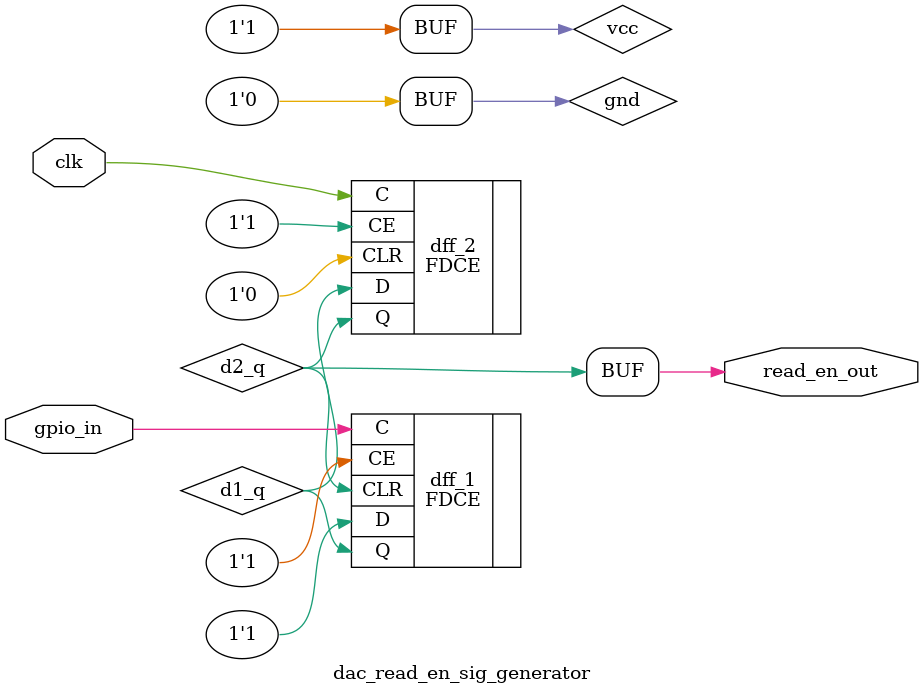
<source format=v>
`timescale 1ns / 1ps


module dac_read_en_sig_generator( clk, gpio_in, read_en_out );
input clk;
input gpio_in;
output read_en_out;

wire vcc, gnd;

assign vcc = 1;
assign gnd = 0;
wire d1_q, d2_q;
assign read_en_out = d2_q;

FDCE #(.INIT(1'b0)) dff_1(
   .D(vcc),       // 1-bit Data input
   .C(gpio_in),   // 1-bit Clock input
   .CLR(d2_q),    // 1-bit Asynchronous clear input
   .CE(vcc),      // 1-bit Clock enable input
   .Q(d1_q)       // 1-bit Data output 
);

FDCE #(.INIT(1'b0)) dff_2(
   .D(d1_q),       // 1-bit Data input
   .C(clk),        // 1-bit Clock input
   .CLR(gnd),      // 1-bit Asynchronous clear input
   .CE(vcc),       // 1-bit Clock enable input
   .Q(d2_q)        // 1-bit Data output 
);

endmodule
</source>
